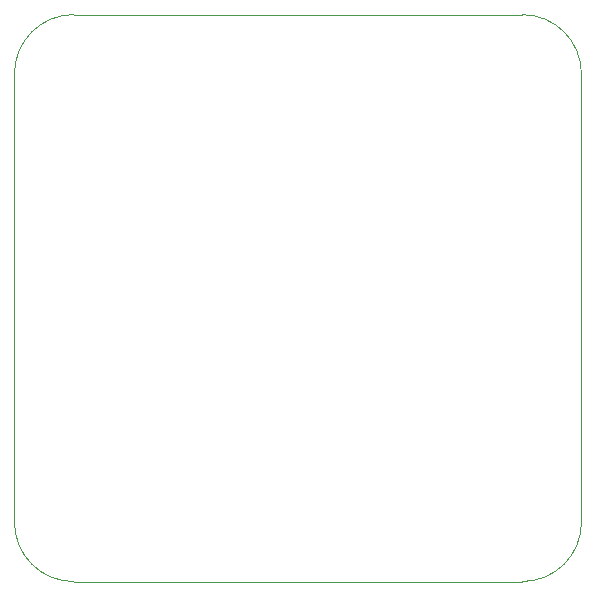
<source format=gm1>
G04 #@! TF.GenerationSoftware,KiCad,Pcbnew,(5.1.0)-1*
G04 #@! TF.CreationDate,2019-04-07T12:03:36+10:00*
G04 #@! TF.ProjectId,SAO101,53414f31-3031-42e6-9b69-6361645f7063,rev?*
G04 #@! TF.SameCoordinates,Original*
G04 #@! TF.FileFunction,Profile,NP*
%FSLAX46Y46*%
G04 Gerber Fmt 4.6, Leading zero omitted, Abs format (unit mm)*
G04 Created by KiCad (PCBNEW (5.1.0)-1) date 2019-04-07 12:03:36*
%MOMM*%
%LPD*%
G04 APERTURE LIST*
%ADD10C,0.050000*%
G04 APERTURE END LIST*
D10*
X103000000Y-65000000D02*
G75*
G02X108000000Y-60000000I5000000J0D01*
G01*
X103000000Y-103000000D02*
X103000000Y-65000000D01*
X108000000Y-108000000D02*
G75*
G02X103000000Y-103000000I0J5000000D01*
G01*
X146000000Y-108000000D02*
X108000000Y-108000000D01*
X151000000Y-103000000D02*
G75*
G02X146000000Y-108000000I-5000000J0D01*
G01*
X151000000Y-65000000D02*
X151000000Y-103000000D01*
X146000000Y-60000000D02*
G75*
G02X151000000Y-65000000I0J-5000000D01*
G01*
X108000000Y-60000000D02*
X146000000Y-60000000D01*
M02*

</source>
